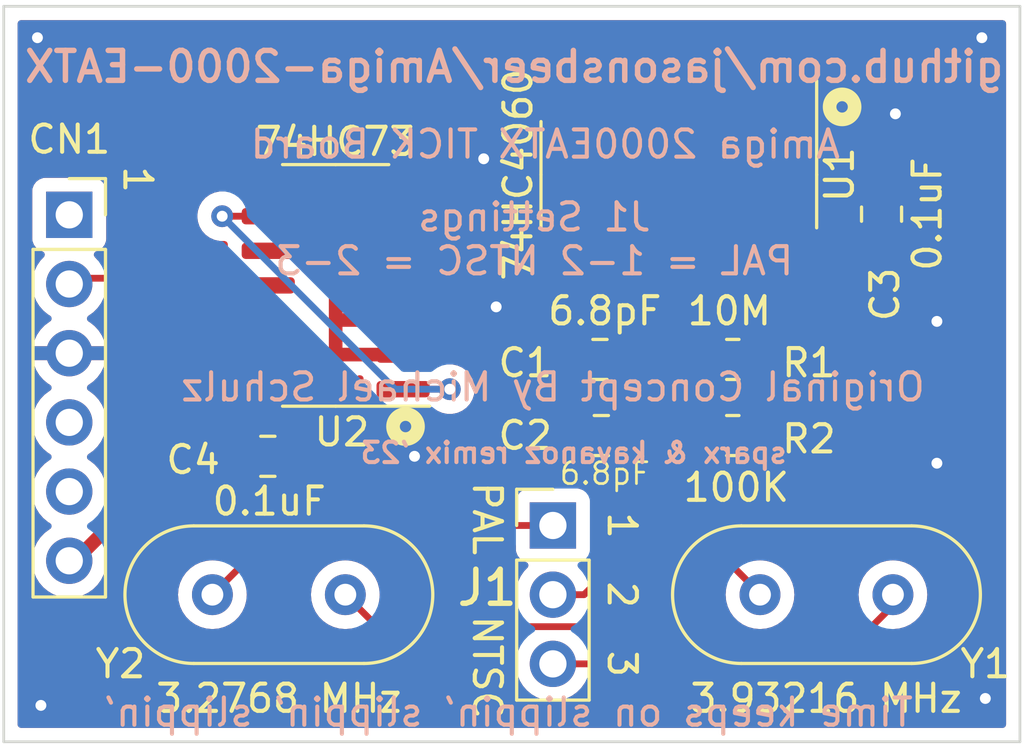
<source format=kicad_pcb>
(kicad_pcb (version 20211014) (generator pcbnew)
  (layers (0 "F.Cu" signal) (31 "B.Cu" signal) (34 "B.Paste" user) (35 "F.Paste" user) (36 "B.SilkS" user "B.Silkscreen") (37 "F.SilkS" user "F.Silkscreen") (38 "B.Mask" user) (39 "F.Mask" user) (44 "Edge.Cuts" user))
  (net 0 "")
  (net 1 "GND")
  (net 2 "Net-(C1-Pad1)")
  (net 3 "Net-(C2-Pad1)")
  (net 4 "+5V")
  (net 7 "/TBASE")
  (net 9 "Net-(R1-Pad2)")
  (net 10 "Net-(J1-Pad1)")
  (net 11 "Net-(J1-Pad3)")
  (net 18 "Net-(U1-Pad3)")
  (net 22 "Net-(U2-Pad1)")
  (footprint "Capacitor_SMD:C_0805_2012Metric" (layer "F.Cu") (at 138.8872 92.964 180)
    (fp_text reference "C1" (at 2.7432 -0.127 180) (layer "F.SilkS"))
    (fp_text value "6.8pF" (at -0.1778 1.778 180) (layer "F.SilkS"))
    (fp_line (start -0.261252 -0.735) (end 0.261252 -0.735) (layer "F.SilkS") (width 0.12))
    (fp_line (start -0.261252 0.735) (end 0.261252 0.735) (layer "F.SilkS") (width 0.12))
    (pad "1" smd roundrect (at -0.95 0 180) (size 1 1.45) (layers "F.Cu" "F.Paste" "F.Mask") (net 2 "Net-(C1-Pad1)"))
    (pad "2" smd roundrect (at 0.95 0 180) (size 1 1.45) (layers "F.Cu" "F.Paste" "F.Mask") (net 1 "GND"))
  )
  (footprint "Capacitor_SMD:C_0805_2012Metric" (layer "F.Cu") (at 138.938 95.758 180)
    (fp_text reference "C2" (at 2.794 0 180) (layer "F.SilkS"))
    (fp_text value "6.8pF" (at -0.127 -1.397 180) (layer "F.SilkS") (effects (font (size 0.8 0.8) (thickness 0.1))))
    (fp_line (start -0.261252 -0.735) (end 0.261252 -0.735) (layer "F.SilkS") (width 0.12))
    (fp_line (start -0.261252 0.735) (end 0.261252 0.735) (layer "F.SilkS") (width 0.12))
    (pad "1" smd roundrect (at -0.95 0 180) (size 1 1.45) (layers "F.Cu" "F.Paste" "F.Mask") (net 3 "Net-(C2-Pad1)"))
    (pad "2" smd roundrect (at 0.95 0 180) (size 1 1.45) (layers "F.Cu" "F.Paste" "F.Mask") (net 1 "GND"))
  )
  (footprint "Capacitor_SMD:C_0805_2012Metric" (layer "F.Cu") (at 149.225 87.63 90)
    (fp_text reference "C3" (at -2.9464 0.127 90) (layer "F.SilkS"))
    (fp_text value "0.1uF" (at 0 1.68 90) (layer "F.SilkS"))
    (fp_line (start -0.261252 0.735) (end 0.261252 0.735) (layer "F.SilkS") (width 0.12))
    (fp_line (start -0.261252 -0.735) (end 0.261252 -0.735) (layer "F.SilkS") (width 0.12))
    (pad "1" smd roundrect (at -0.95 0 90) (size 1 1.45) (layers "F.Cu" "F.Paste" "F.Mask") (net 4 "+5V"))
    (pad "2" smd roundrect (at 0.95 0 90) (size 1 1.45) (layers "F.Cu" "F.Paste" "F.Mask") (net 1 "GND"))
  )
  (footprint "Capacitor_SMD:C_0805_2012Metric" (layer "F.Cu") (at 126.6952 96.52 180)
    (fp_text reference "C4" (at 2.7432 -0.127 180) (layer "F.SilkS"))
    (fp_text value "0.1uF" (at -0.0508 -1.651 180) (layer "F.SilkS"))
    (fp_line (start -0.261252 0.735) (end 0.261252 0.735) (layer "F.SilkS") (width 0.12))
    (fp_line (start -0.261252 -0.735) (end 0.261252 -0.735) (layer "F.SilkS") (width 0.12))
    (pad "1" smd roundrect (at -0.95 0 180) (size 1 1.45) (layers "F.Cu" "F.Paste" "F.Mask") (net 1 "GND"))
    (pad "2" smd roundrect (at 0.95 0 180) (size 1 1.45) (layers "F.Cu" "F.Paste" "F.Mask") (net 4 "+5V"))
  )
  (footprint "Connector_PinSocket_2.54mm:PinSocket_1x06_P2.54mm_Vertical" (layer "F.Cu") (at 119.405 87.655)
    (fp_text reference "CN1" (at 0 -2.77) (layer "F.SilkS"))
    (fp_text value "To_Amiga")
    (fp_line (start 0 -1.33) (end 1.33 -1.33) (layer "F.SilkS") (width 0.12))
    (fp_line (start -1.33 1.27) (end 1.33 1.27) (layer "F.SilkS") (width 0.12))
    (fp_line (start 1.33 1.27) (end 1.33 14.03) (layer "F.SilkS") (width 0.12))
    (fp_line (start 1.33 -1.33) (end 1.33 0) (layer "F.SilkS") (width 0.12))
    (fp_line (start -1.33 1.27) (end -1.33 14.03) (layer "F.SilkS") (width 0.12))
    (fp_line (start -1.33 14.03) (end 1.33 14.03) (layer "F.SilkS") (width 0.12))
    (pad "1" thru_hole rect locked (at 0 0) (size 1.7 1.7) (drill 1) (layers *.Cu *.Mask))
    (pad "2" thru_hole oval locked (at 0 2.54) (size 1.7 1.7) (drill 1) (layers *.Cu *.Mask) (net 7 "/TBASE"))
    (pad "3" thru_hole oval locked (at 0 5.08) (size 1.7 1.7) (drill 1) (layers *.Cu *.Mask) (net 1 "GND"))
    (pad "4" thru_hole oval locked (at 0 7.62) (size 1.7 1.7) (drill 1) (layers *.Cu *.Mask))
    (pad "5" thru_hole oval locked (at 0 10.16) (size 1.7 1.7) (drill 1) (layers *.Cu *.Mask))
    (pad "6" thru_hole oval locked (at 0 12.7) (size 1.7 1.7) (drill 1) (layers *.Cu *.Mask) (net 4 "+5V"))
  )
  (footprint "Resistor_SMD:R_0805_2012Metric" (layer "F.Cu") (at 143.764 92.964)
    (fp_text reference "R1" (at 2.794 0.127) (layer "F.SilkS"))
    (fp_text value "10M" (at -0.127 -1.778) (layer "F.SilkS"))
    (fp_line (start -0.227064 -0.735) (end 0.227064 -0.735) (layer "F.SilkS") (width 0.12))
    (fp_line (start -0.227064 0.735) (end 0.227064 0.735) (layer "F.SilkS") (width 0.12))
    (pad "1" smd roundrect (at -0.9125 0) (size 1.025 1.4) (layers "F.Cu" "F.Paste" "F.Mask") (roundrect_rratio 0.243902439) (net 2 "Net-(C1-Pad1)"))
    (pad "2" smd roundrect (at 0.9125 0) (size 1.025 1.4) (layers "F.Cu" "F.Paste" "F.Mask") (roundrect_rratio 0.243902439) (net 9 "Net-(R1-Pad2)"))
  )
  (footprint "Resistor_SMD:R_0805_2012Metric" (layer "F.Cu") (at 143.764 95.758 180)
    (fp_text reference "R2" (at -2.794 -0.127 180) (layer "F.SilkS"))
    (fp_text value "100K" (at -0.127 -1.905 180) (layer "F.SilkS"))
    (fp_line (start -0.227064 0.735) (end 0.227064 0.735) (layer "F.SilkS") (width 0.12))
    (fp_line (start -0.227064 -0.735) (end 0.227064 -0.735) (layer "F.SilkS") (width 0.12))
    (pad "1" smd roundrect (at -0.9125 0 180) (size 1.025 1.4) (layers "F.Cu" "F.Paste" "F.Mask") (roundrect_rratio 0.243902439) (net 9 "Net-(R1-Pad2)"))
    (pad "2" smd roundrect (at 0.9125 0 180) (size 1.025 1.4) (layers "F.Cu" "F.Paste" "F.Mask") (roundrect_rratio 0.243902439) (net 3 "Net-(C2-Pad1)"))
  )
  (footprint "Package_SO:SOIC-16_3.9x9.9mm_P1.27mm" (layer "F.Cu") (at 141.7828 86.1822 -90)
    (fp_text reference "U1" (at 0 -5.9 90) (layer "F.SilkS"))
    (fp_text value "74HC4060" (at 0 5.9 90) (layer "F.SilkS"))
    (fp_line (start 0 5.06) (end -1.95 5.06) (layer "F.SilkS") (width 0.12))
    (fp_line (start 0 5.06) (end 1.95 5.06) (layer "F.SilkS") (width 0.12))
    (fp_line (start 0 -5.06) (end -3.45 -5.06) (layer "F.SilkS") (width 0.12))
    (fp_line (start 0 -5.06) (end 1.95 -5.06) (layer "F.SilkS") (width 0.12))
    (pad "1" smd roundrect locked (at -2.475 -4.445 270) (size 1.95 0.6) (layers "F.Cu" "F.Paste" "F.Mask"))
    (pad "2" smd roundrect locked (at -2.475 -3.175 270) (size 1.95 0.6) (layers "F.Cu" "F.Paste" "F.Mask"))
    (pad "3" smd roundrect locked (at -2.475 -1.905 270) (size 1.95 0.6) (layers "F.Cu" "F.Paste" "F.Mask") (net 18 "Net-(U1-Pad3)"))
    (pad "4" smd roundrect locked (at -2.475 -0.635 270) (size 1.95 0.6) (layers "F.Cu" "F.Paste" "F.Mask"))
    (pad "5" smd roundrect locked (at -2.475 0.635 270) (size 1.95 0.6) (layers "F.Cu" "F.Paste" "F.Mask"))
    (pad "6" smd roundrect locked (at -2.475 1.905 270) (size 1.95 0.6) (layers "F.Cu" "F.Paste" "F.Mask"))
    (pad "7" smd roundrect locked (at -2.475 3.175 270) (size 1.95 0.6) (layers "F.Cu" "F.Paste" "F.Mask"))
    (pad "8" smd roundrect locked (at -2.475 4.445 270) (size 1.95 0.6) (layers "F.Cu" "F.Paste" "F.Mask") (net 1 "GND"))
    (pad "9" smd roundrect locked (at 2.475 4.445 270) (size 1.95 0.6) (layers "F.Cu" "F.Paste" "F.Mask"))
    (pad "10" smd roundrect locked (at 2.475 3.175 270) (size 1.95 0.6) (layers "F.Cu" "F.Paste" "F.Mask") (net 2 "Net-(C1-Pad1)"))
    (pad "11" smd roundrect locked (at 2.475 1.905 270) (size 1.95 0.6) (layers "F.Cu" "F.Paste" "F.Mask") (net 9 "Net-(R1-Pad2)"))
    (pad "12" smd roundrect locked (at 2.475 0.635 270) (size 1.95 0.6) (layers "F.Cu" "F.Paste" "F.Mask") (net 1 "GND"))
    (pad "13" smd roundrect locked (at 2.475 -0.635 270) (size 1.95 0.6) (layers "F.Cu" "F.Paste" "F.Mask"))
    (pad "14" smd roundrect locked (at 2.475 -1.905 270) (size 1.95 0.6) (layers "F.Cu" "F.Paste" "F.Mask"))
    (pad "15" smd roundrect locked (at 2.475 -3.175 270) (size 1.95 0.6) (layers "F.Cu" "F.Paste" "F.Mask"))
    (pad "16" smd roundrect locked (at 2.475 -4.445 270) (size 1.95 0.6) (layers "F.Cu" "F.Paste" "F.Mask") (net 4 "+5V"))
  )
  (footprint "Package_SO:SOIC-14_3.9x8.7mm_P1.27mm" (layer "F.Cu") (at 129.1844 90.2462 180)
    (fp_text reference "U2" (at -0.2286 -5.3848) (layer "F.SilkS"))
    (fp_text value "74HC73" (at 0 5.28) (layer "F.SilkS"))
    (fp_line (start 0 4.435) (end 1.95 4.435) (layer "F.SilkS") (width 0.12))
    (fp_line (start 0 4.435) (end -1.95 4.435) (layer "F.SilkS") (width 0.12))
    (fp_line (start 0 -4.435) (end 1.95 -4.435) (layer "F.SilkS") (width 0.12))
    (fp_line (start 0 -4.435) (end -3.45 -4.435) (layer "F.SilkS") (width 0.12))
    (pad "1" smd roundrect locked (at -2.475 -3.81 180) (size 1.95 0.6) (layers "F.Cu" "F.Paste" "F.Mask") (net 22 "Net-(U2-Pad1)"))
    (pad "2" smd roundrect locked (at -2.475 -2.54 180) (size 1.95 0.6) (layers "F.Cu" "F.Paste" "F.Mask") (net 4 "+5V"))
    (pad "3" smd roundrect locked (at -2.475 -1.27 180) (size 1.95 0.6) (layers "F.Cu" "F.Paste" "F.Mask") (net 4 "+5V"))
    (pad "4" smd roundrect locked (at -2.475 0 180) (size 1.95 0.6) (layers "F.Cu" "F.Paste" "F.Mask") (net 4 "+5V"))
    (pad "5" smd roundrect locked (at -2.475 1.27 180) (size 1.95 0.6) (layers "F.Cu" "F.Paste" "F.Mask") (net 18 "Net-(U1-Pad3)"))
    (pad "6" smd roundrect locked (at -2.475 2.54 180) (size 1.95 0.6) (layers "F.Cu" "F.Paste" "F.Mask") (net 4 "+5V"))
    (pad "7" smd roundrect locked (at -2.475 3.81 180) (size 1.95 0.6) (layers "F.Cu" "F.Paste" "F.Mask") (net 4 "+5V"))
    (pad "8" smd roundrect locked (at 2.475 3.81 180) (size 1.95 0.6) (layers "F.Cu" "F.Paste" "F.Mask"))
    (pad "9" smd roundrect locked (at 2.475 2.54 180) (size 1.95 0.6) (layers "F.Cu" "F.Paste" "F.Mask") (net 22 "Net-(U2-Pad1)"))
    (pad "10" smd roundrect locked (at 2.475 1.27 180) (size 1.95 0.6) (layers "F.Cu" "F.Paste" "F.Mask") (net 4 "+5V"))
    (pad "11" smd roundrect locked (at 2.475 0 180) (size 1.95 0.6) (layers "F.Cu" "F.Paste" "F.Mask") (net 1 "GND"))
    (pad "12" smd roundrect locked (at 2.475 -1.27 180) (size 1.95 0.6) (layers "F.Cu" "F.Paste" "F.Mask") (net 7 "/TBASE"))
    (pad "13" smd roundrect locked (at 2.475 -2.54 180) (size 1.95 0.6) (layers "F.Cu" "F.Paste" "F.Mask"))
    (pad "14" smd roundrect locked (at 2.475 -3.81 180) (size 1.95 0.6) (layers "F.Cu" "F.Paste" "F.Mask") (net 4 "+5V"))
  )
  (footprint "Crystal:Crystal_HC49-U_Vertical" (layer "F.Cu") (at 149.643 101.6 180)
    (fp_text reference "Y1" (at -3.392 -2.54 unlocked) (layer "F.SilkS"))
    (fp_text value "3.93216 MHz" (at 2.45 -3.81) (layer "F.SilkS"))
    (fp_line (start -0.685 2.525) (end 5.565 2.525) (layer "F.SilkS") (width 0.12))
    (fp_line (start -0.685 -2.525) (end 5.565 -2.525) (layer "F.SilkS") (width 0.12))
    (fp_arc (start 5.565 -2.525) (mid 8.09 0) (end 5.565 2.525) (layer "F.SilkS") (width 0.12))
    (fp_arc (start -0.685 2.525) (mid -3.21 0) (end -0.685 -2.525) (layer "F.SilkS") (width 0.12))
    (pad "1" thru_hole circle locked (at 0 0 180) (size 1.5 1.5) (drill 0.8) (layers *.Cu *.Mask) (net 11 "Net-(J1-Pad3)"))
    (pad "2" thru_hole circle locked (at 4.88 0 180) (size 1.5 1.5) (drill 0.8) (layers *.Cu *.Mask) (net 3 "Net-(C2-Pad1)"))
  )
  (footprint "Crystal:Crystal_HC49-U_Vertical" (layer "F.Cu") (at 129.54 101.6 180)
    (fp_text reference "Y2" (at 8.255 -2.54) (layer "F.SilkS"))
    (fp_text value "3.2768 MHz" (at 2.44 -3.81) (layer "F.SilkS"))
    (fp_line (start -0.685 -2.525) (end 5.565 -2.525) (layer "F.SilkS") (width 0.12))
    (fp_line (start -0.685 2.525) (end 5.565 2.525) (layer "F.SilkS") (width 0.12))
    (fp_arc (start 5.565 -2.525) (mid 8.09 0) (end 5.565 2.525) (layer "F.SilkS") (width 0.12))
    (fp_arc (start -0.685 2.525) (mid -3.21 0) (end -0.685 -2.525) (layer "F.SilkS") (width 0.12))
    (pad "1" thru_hole circle locked (at 0 0 180) (size 1.5 1.5) (drill 0.8) (layers *.Cu *.Mask) (net 3 "Net-(C2-Pad1)"))
    (pad "2" thru_hole circle locked (at 4.88 0 180) (size 1.5 1.5) (drill 0.8) (layers *.Cu *.Mask) (net 10 "Net-(J1-Pad1)"))
  )
  (footprint "Connector_PinHeader_2.54mm:PinHeader_1x03_P2.54mm_Vertical" (layer "F.Cu") (at 137.16 99.06)
    (fp_text reference "J1" (at -2.413 2.286) (layer "F.SilkS") (effects (font (size 1.25 1.25) (thickness 0.2))))
    (fp_text value "Conn_01x03_Male" hide)
    (fp_line (start -1.33 0) (end -1.33 -1.33) (layer "F.SilkS") (width 0.12))
    (fp_line (start -1.33 -1.33) (end 0 -1.33) (layer "F.SilkS") (width 0.12))
    (fp_line (start -1.33 1.27) (end 1.33 1.27) (layer "F.SilkS") (width 0.12))
    (fp_line (start -1.33 1.27) (end -1.33 6.41) (layer "F.SilkS") (width 0.12))
    (fp_line (start 1.33 1.27) (end 1.33 6.41) (layer "F.SilkS") (width 0.12))
    (fp_line (start -1.33 6.41) (end 1.33 6.41) (layer "F.SilkS") (width 0.12))
    (pad "1" thru_hole rect locked (at 0 0) (size 1.7 1.7) (drill 1) (layers *.Cu *.Mask) (net 10 "Net-(J1-Pad1)"))
    (pad "2" thru_hole oval locked (at 0 2.54) (size 1.7 1.7) (drill 1) (layers *.Cu *.Mask) (net 2 "Net-(C1-Pad1)"))
    (pad "3" thru_hole oval locked (at 0 5.08) (size 1.7 1.7) (drill 1) (layers *.Cu *.Mask) (net 11 "Net-(J1-Pad3)"))
  )
  (gr_circle (center 131.7498 95.4278) (end 131.959254 95.4278) (layer "F.SilkS") (width 0.5) (fill none))
  (gr_circle (center 147.7772 83.693) (end 147.986654 83.693) (layer "F.SilkS") (width 0.5) (fill none))
  (gr_line (start 154.305 80) (end 154.305 107) (layer "Edge.Cuts") (width 0.1))
  (gr_line (start 117 80) (end 154.305 80) (layer "Edge.Cuts") (width 0.1))
  (gr_line (start 117 107) (end 117 80) (layer "Edge.Cuts") (width 0.1))
  (gr_line (start 154.305 107) (end 117 107) (layer "Edge.Cuts") (width 0.1))
  (gr_text "Time keeps on slippin' slippin' slippin'" (at 135.509 105.918) (layer "B.SilkS") (effects (font (size 1 1)) (justify mirror)))
  (gr_text "Amiga 2000EATX TICK Board" (at 136.8806 85.0646) (layer "B.SilkS") (effects (font (size 1 1)) (justify mirror)))
  (gr_text "sparx & kavanoz remix '23" (at 137.922 96.393) (layer "B.SilkS") (effects (font (size 0.75 0.75)) (justify mirror)))
  (gr_text "J1 Settings\nPAL = 1-2 NTSC = 2-3" (at 136.4742 88.5444) (layer "B.SilkS") (effects (font (size 1 1)) (justify mirror)))
  (gr_text "github.com/jasonsbeer/Amiga-2000-EATX" (at 135.7376 82.2198) (layer "B.SilkS") (effects (font (size 1.1 1.1) (thickness 0.2)) (justify mirror)))
  (gr_text "Original Concept By Michael Schulz" (at 137.16 93.98) (layer "B.SilkS") (effects (font (size 1 1)) (justify mirror)))
  (gr_text "1" (at 121.92 86.36 270) (layer "F.SilkS") (effects (font (size 1 1))))
  (gr_text "3" (at 139.7 104.14 -90) (layer "F.SilkS") (effects (font (size 1 1))))
  (gr_text "NTSC" (at 134.747 104.267 -90) (layer "F.SilkS") (effects (font (size 1 1))))
  (gr_text "1" (at 139.7 99.06 -90) (layer "F.SilkS") (effects (font (size 1 1))))
  (gr_text "2" (at 139.7 101.6 -90) (layer "F.SilkS") (effects (font (size 1 1))))
  (gr_text "PAL" (at 134.747 98.806 -90) (layer "F.SilkS") (effects (font (size 1 1))))
  (via blind (at 151.257 91.567) (size 0.8) (drill 0.4) (layers "F.Cu" "B.Cu") (net 1))
  (via blind (at 132.08 96.52) (size 0.8) (drill 0.4) (layers "F.Cu" "B.Cu") (net 1))
  (via blind (at 153.035 105.41) (size 0.8) (drill 0.4) (layers "F.Cu" "B.Cu") (net 1))
  (via blind (at 152.908 81.153) (size 0.8) (drill 0.4) (layers "F.Cu" "B.Cu") (net 1))
  (via blind (at 149.733 83.947) (size 0.8) (drill 0.4) (layers "F.Cu" "B.Cu") (net 1))
  (via blind (at 134.62 85.598) (size 0.8) (drill 0.4) (layers "F.Cu" "B.Cu") (net 1))
  (via blind (at 151.257 96.774) (size 0.8) (drill 0.4) (layers "F.Cu" "B.Cu") (net 1))
  (via blind (at 118.237 81.153) (size 0.8) (drill 0.4) (layers "F.Cu" "B.Cu") (net 1))
  (via blind (at 118.364 105.664) (size 0.8) (drill 0.4) (layers "F.Cu" "B.Cu") (net 1))
  (via blind (at 135.0772 91.0336) (size 0.8) (drill 0.4) (layers "F.Cu" "B.Cu") (net 1))
  (segment (start 142.8515 92.964) (end 139.8372 92.964) (width 0.25) (layer "F.Cu") (net 2))
  (segment (start 137.16 101.6) (end 138.303 101.6) (width 0.25) (layer "F.Cu") (net 2))
  (segment (start 139.063 100.84) (end 139.063 93.7382) (width 0.25) (layer "F.Cu") (net 2))
  (segment (start 138.6078 90.4748) (end 138.6078 88.6572) (width 0.25) (layer "F.Cu") (net 2))
  (segment (start 139.8372 92.964) (end 139.8372 91.7042) (width 0.25) (layer "F.Cu") (net 2))
  (segment (start 138.303 101.6) (end 139.063 100.84) (width 0.25) (layer "F.Cu") (net 2))
  (segment (start 139.063 93.7382) (end 139.8372 92.964) (width 0.25) (layer "F.Cu") (net 2))
  (segment (start 139.8372 91.7042) (end 138.6078 90.4748) (width 0.25) (layer "F.Cu") (net 2))
  (segment (start 129.54 101.6) (end 130.714511 102.774511) (width 0.25) (layer "F.Cu") (net 3))
  (segment (start 139.9762 96.774) (end 139.954 96.774) (width 0.25) (layer "F.Cu") (net 3))
  (segment (start 139.954 96.774) (end 140.3622 97.1822) (width 0.25) (layer "F.Cu") (net 3))
  (segment (start 130.714511 102.774511) (end 138.652489 102.774511) (width 0.25) (layer "F.Cu") (net 3))
  (segment (start 138.652489 102.774511) (end 139.888 101.539) (width 0.25) (layer "F.Cu") (net 3))
  (segment (start 144.98 101.7778) (end 139.9762 96.774) (width 0.25) (layer "F.Cu") (net 3))
  (segment (start 139.888 95.758) (end 142.8515 95.758) (width 0.25) (layer "F.Cu") (net 3))
  (segment (start 139.888 101.539) (end 139.888 95.758) (width 0.25) (layer "F.Cu") (net 3))
  (segment (start 129.0828 88.9762) (end 129.1844 89.0778) (width 0.25) (layer "F.Cu") (net 4))
  (segment (start 119.8214 100.1426) (end 119.405 100.1426) (width 0.5) (layer "F.Cu") (net 4))
  (segment (start 152.4 83.82) (end 150.76268 82.18268) (width 0.5) (layer "F.Cu") (net 4))
  (segment (start 126.7094 95.0308) (end 125.2202 96.52) (width 0.5) (layer "F.Cu") (net 4))
  (segment (start 150.76268 82.18268) (end 134.22532 82.18268) (width 0.5) (layer "F.Cu") (net 4))
  (segment (start 125.2202 96.52) (end 123.444 96.52) (width 0.5) (layer "F.Cu") (net 4))
  (segment (start 129.2352 90.2462) (end 129.1844 90.297) (width 0.25) (layer "F.Cu") (net 4))
  (segment (start 123.444 96.52) (end 119.8214 100.1426) (width 0.5) (layer "F.Cu") (net 4))
  (segment (start 129.1844 92.8116) (end 129.1844 93.4974) (width 0.5) (layer "F.Cu") (net 4))
  (segment (start 129.1844 91.4654) (end 129.1844 92.8116) (width 0.5) (layer "F.Cu") (net 4))
  (segment (start 131.6594 86.4362) (end 129.4892 86.4362) (width 0.5) (layer "F.Cu") (net 4))
  (segment (start 131.6594 92.7862) (end 129.2098 92.7862) (width 0.5) (layer "F.Cu") (net 4))
  (segment (start 129.4892 86.4362) (end 129.1844 86.741) (width 0.5) (layer "F.Cu") (net 4))
  (segment (start 126.7094 94.0562) (end 126.7094 95.0308) (width 0.5) (layer "F.Cu") (net 4))
  (segment (start 150.876 88.646) (end 152.4 87.122) (width 0.5) (layer "F.Cu") (net 4))
  (segment (start 131.6594 90.2462) (end 129.2352 90.2462) (width 0.5) (layer "F.Cu") (net 4))
  (segment (start 129.2098 92.7862) (end 129.1844 92.8116) (width 0.25) (layer "F.Cu") (net 4))
  (segment (start 129.1844 87.8332) (end 129.1844 89.0778) (width 0.5) (layer "F.Cu") (net 4))
  (segment (start 126.7094 88.9762) (end 129.0828 88.9762) (width 0.5) (layer "F.Cu") (net 4))
  (segment (start 129.1844 86.741) (end 129.1844 87.8332) (width 0.5) (layer "F.Cu") (net 4))
  (segment (start 129.1844 93.4974) (end 128.6256 94.0562) (width 0.5) (layer "F.Cu") (net 4))
  (segment (start 129.3114 87.7062) (end 129.1844 87.8332) (width 0.25) (layer "F.Cu") (net 4))
  (segment (start 131.6594 91.5162) (end 129.2352 91.5162) (width 0.5) (layer "F.Cu") (net 4))
  (segment (start 131.6594 84.7486) (end 131.6594 86.4362) (width 0.5) (layer "F.Cu") (net 4))
  (segment (start 134.22532 82.18268) (end 131.6594 84.7486) (width 0.5) (layer "F.Cu") (net 4))
  (segment (start 131.6594 87.7062) (end 129.3114 87.7062) (width 0.5) (layer "F.Cu") (net 4))
  (segment (start 129.2352 91.5162) (end 129.1844 91.4654) (width 0.25) (layer "F.Cu") (net 4))
  (segment (start 146.239 88.646) (end 150.876 88.646) (width 0.5) (layer "F.Cu") (net 4))
  (segment (start 146.2278 88.6572) (end 146.239 88.646) (width 0.5) (layer "F.Cu") (net 4))
  (segment (start 128.6256 94.0562) (end 126.7094 94.0562) (width 0.5) (layer "F.Cu") (net 4))
  (segment (start 129.1844 90.297) (end 129.1844 91.4654) (width 0.5) (layer "F.Cu") (net 4))
  (segment (start 129.1844 89.0778) (end 129.1844 90.297) (width 0.5) (layer "F.Cu") (net 4))
  (segment (start 152.4 87.122) (end 152.4 83.82) (width 0.5) (layer "F.Cu") (net 4))
  (segment (start 123.155 89.9826) (end 119.405 89.9826) (width 0.25) (layer "F.Cu") (net 7))
  (segment (start 124.6886 91.5162) (end 123.155 89.9826) (width 0.25) (layer "F.Cu") (net 7))
  (segment (start 126.7094 91.5162) (end 124.6886 91.5162) (width 0.25) (layer "F.Cu") (net 7))
  (segment (start 143.764 90.932) (end 140.97 90.932) (width 0.25) (layer "F.Cu") (net 9))
  (segment (start 144.6765 92.964) (end 144.6765 91.8445) (width 0.25) (layer "F.Cu") (net 9))
  (segment (start 140.97 90.932) (end 139.8778 89.8398) (width 0.25) (layer "F.Cu") (net 9))
  (segment (start 144.6765 95.758) (end 144.6765 92.964) (width 0.25) (layer "F.Cu") (net 9))
  (segment (start 144.6765 91.8445) (end 143.764 90.932) (width 0.25) (layer "F.Cu") (net 9))
  (segment (start 139.8778 89.8398) (end 139.8778 88.6572) (width 0.25) (layer "F.Cu") (net 9))
  (segment (start 124.66 101.6) (end 127.2 99.06) (width 0.25) (layer "F.Cu") (net 10))
  (segment (start 127.2 99.06) (end 137.16 99.06) (width 0.25) (layer "F.Cu") (net 10))
  (segment (start 147.4978 104.14) (end 137.16 104.14) (width 0.25) (layer "F.Cu") (net 11))
  (segment (start 149.86 101.7778) (end 147.4978 104.14) (width 0.25) (layer "F.Cu") (net 11))
  (segment (start 143.129 85.598) (end 143.637 85.09) (width 0.25) (layer "F.Cu") (net 18))
  (segment (start 133.35 88.9762) (end 136.7282 85.598) (width 0.25) (layer "F.Cu") (net 18))
  (segment (start 131.6594 88.9762) (end 133.35 88.9762) (width 0.25) (layer "F.Cu") (net 18))
  (segment (start 143.637 83.758) (end 143.6878 83.7072) (width 0.25) (layer "F.Cu") (net 18))
  (segment (start 136.7282 85.598) (end 143.129 85.598) (width 0.25) (layer "F.Cu") (net 18))
  (segment (start 143.637 85.09) (end 143.637 83.758) (width 0.25) (layer "F.Cu") (net 18))
  (segment (start 133.3754 94.0562) (end 133.3754 94.0562) (width 0.25) (layer "F.Cu") (net 22))
  (segment (start 125.0188 87.7062) (end 125.0188 87.7062) (width 0.25) (layer "F.Cu") (net 22))
  (segment (start 131.6594 94.0562) (end 133.3754 94.0562) (width 0.25) (layer "F.Cu") (net 22))
  (segment (start 126.7094 87.7062) (end 125.0188 87.7062) (width 0.25) (layer "F.Cu") (net 22))
  (via (at 133.3754 94.0562) (size 0.8) (drill 0.4) (layers "F.Cu" "B.Cu") (net 22))
  (via (at 125.0188 87.7062) (size 0.8) (drill 0.4) (layers "F.Cu" "B.Cu") (net 22))
  (segment (start 133.3754 94.0562) (end 131.3688 94.0562) (width 0.25) (layer "B.Cu") (net 22))
  (segment (start 131.3688 94.0562) (end 125.0188 87.7062) (width 0.25) (layer "B.Cu") (net 22))
  (zone (net 1) (net_name "GND") (layer "F.Cu") (connect_pads (clearance 0.508)) (min_thickness 0.254) (fill yes (thermal_gap 0.508) (thermal_bridge_width 0.508))
    (polygon (pts (xy 154.4701 107.2134) (xy 116.9035 107.2134) (xy 116.8654 79.8449) (xy 154.3812 79.8195)))
  )
  (zone (net 1) (net_name "GND") (layer "B.Cu") (connect_pads (clearance 0.508)) (min_thickness 0.254) (fill yes (thermal_gap 0.508) (thermal_bridge_width 0.508))
    (polygon (pts (xy 154.428973 107.2134) (xy 116.862373 107.2134) (xy 116.862373 79.7941) (xy 154.378173 79.7687)))
  )
)
</source>
